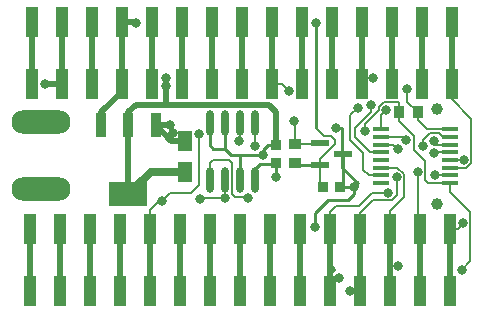
<source format=gtl>
%FSTAX25Y25*%
%MOIN*%
%SFA1B1*%

%IPPOS*%
%ADD10R,0.037400X0.039370*%
%ADD11R,0.057090X0.017720*%
%ADD12R,0.127950X0.084650*%
%ADD13R,0.037400X0.084650*%
%ADD14R,0.049210X0.070870*%
%ADD15O,0.023620X0.086610*%
%ADD16R,0.037400X0.037400*%
%ADD17R,0.037400X0.037400*%
%ADD18R,0.039370X0.035430*%
%ADD19R,0.059060X0.023620*%
%ADD20O,0.196850X0.078740*%
%ADD21R,0.040160X0.098430*%
%ADD22C,0.019690*%
%ADD23C,0.006000*%
%ADD24C,0.010000*%
%ADD25C,0.007870*%
%ADD26C,0.027560*%
%ADD27C,0.039370*%
%ADD28C,0.031500*%
%LNnano_rf_shied1_pcb1-1*%
%LPD*%
G54D10*
X0229921Y0463779D03*
X0236221D03*
G54D11*
X0223819Y0458169D03*
Y045561D03*
Y0453051D03*
Y0450492D03*
Y0447933D03*
Y0445374D03*
Y0442815D03*
Y0440256D03*
X0247047Y0458169D03*
Y045561D03*
Y0453051D03*
Y0450492D03*
Y0447933D03*
Y0445374D03*
Y0442815D03*
Y0440256D03*
G54D12*
X0139764Y0436614D03*
G54D13*
X0130709Y0459449D03*
X0139764D03*
X0148819D03*
G54D14*
X0158661Y0444095D03*
Y0454331D03*
G54D15*
X0181909Y0460236D03*
X0176909D03*
X0171909D03*
X0166909D03*
X0181909Y0441339D03*
X0176909D03*
X0171909D03*
X0166909D03*
G54D16*
X0188976Y0452953D03*
Y0447047D03*
G54D17*
X0210433Y0438976D03*
X0204527D03*
G54D18*
X0195276Y045315D03*
Y044685D03*
G54D19*
X020374Y045374D03*
Y044626D03*
X0211221Y045D03*
G54D20*
X011063Y046063D03*
Y0438189D03*
G54D21*
X0107Y0425085D03*
X0117D03*
X0127D03*
X0137D03*
X0147D03*
X0157D03*
X0167D03*
X0177D03*
X0187D03*
X0197D03*
X0207D03*
X0217D03*
X0227D03*
X0237D03*
X0247D03*
Y0404341D03*
X0237D03*
X0227D03*
X0217D03*
X0207D03*
X0197D03*
X0187D03*
X0177D03*
X0167D03*
X0157D03*
X0147D03*
X0137D03*
X0127D03*
X0117D03*
X0107D03*
X01075Y0493872D03*
X01175D03*
X01275D03*
X01375D03*
X01475D03*
X01575D03*
X01675D03*
X01775D03*
X01875D03*
X01975D03*
X02075D03*
X02175D03*
X02275D03*
X02375D03*
X02475D03*
Y0473128D03*
X02375D03*
X02275D03*
X02175D03*
X02075D03*
X01975D03*
X01875D03*
X01775D03*
X01675D03*
X01575D03*
X01475D03*
X01375D03*
X01275D03*
X01175D03*
X01075D03*
G54D22*
X0112104Y0473128D02*
X01175D01*
X0227Y0412598D02*
Y0425085D01*
Y0404341D02*
Y0412598D01*
X0207Y0408268D02*
Y0412205D01*
Y0408268D02*
X0209449D01*
X0209842Y0408661*
X0207Y0412205D02*
Y0425085D01*
Y0412205D02*
X0207787Y0411417D01*
X0148819Y0459449D02*
X0153543D01*
X0141955Y0493872D02*
X0142126Y0493701D01*
X01375Y0493872D02*
X0141955D01*
X01375Y0473128D02*
Y0493872D01*
X01975Y0473128D02*
Y0493872D01*
X0152362Y0466151D02*
X0186605D01*
X0142135D02*
X0152362D01*
Y0472441*
X0188976Y0452953D02*
Y0463779D01*
X0186605Y0466151D02*
X0188976Y0463779D01*
X0139764D02*
X0142135Y0466151D01*
X0139764Y0459449D02*
Y0463779D01*
Y0438189D02*
Y0459449D01*
X0153937Y0454331D02*
X0158661D01*
X0148819Y0459449D02*
X0153937Y0454331D01*
X01375Y0470571D02*
Y0473128D01*
X0130709Y0463779D02*
X01375Y0470571D01*
X0130709Y0461024D02*
Y0463779D01*
X0247Y0404341D02*
Y0425085D01*
X0237Y0404341D02*
Y0425085D01*
X0217Y0404341D02*
Y0425085D01*
X0197Y0404341D02*
Y0425085D01*
X0187Y0404341D02*
Y0425085D01*
X0177Y0404341D02*
Y0425085D01*
X0167Y0404341D02*
Y0425085D01*
X0157Y0404341D02*
Y0425085D01*
X0147Y0404341D02*
Y0425085D01*
X0137Y0404341D02*
Y0425085D01*
X0127Y0404341D02*
Y0425085D01*
X0117Y0404341D02*
Y0425085D01*
X0107Y0404341D02*
Y0425085D01*
X02475Y0473128D02*
Y0493872D01*
X02375Y0473128D02*
Y0493872D01*
X02275Y0473128D02*
Y0493872D01*
X02175Y0473128D02*
Y0493872D01*
X02075Y0473128D02*
Y0493872D01*
X01875Y0473128D02*
Y0493872D01*
X01775Y0473128D02*
Y0493872D01*
X01675Y0473128D02*
Y0493872D01*
X01575Y0473128D02*
Y0493872D01*
X01475Y0473128D02*
Y0493872D01*
X01275Y0473128D02*
Y0493872D01*
X01175Y0473128D02*
Y0493872D01*
X01075Y0473128D02*
Y0493872D01*
G54D23*
X021699Y0404331D02*
X0217Y0404341D01*
X0213779Y0404331D02*
X021699D01*
X0227Y0412598D02*
X0229528D01*
X0250787Y0411417D02*
X0253543Y0414173D01*
Y0425634*
X0253656Y0425747*
Y0430596*
X0247047Y0437205D02*
X0253656Y0430596D01*
X0247047Y0437205D02*
Y0440256D01*
X0231396Y045561D02*
X0232283Y0454724D01*
X0223819Y045561D02*
X0231396D01*
X0215354Y0458661D02*
X022064Y0463948D01*
X0219569Y0475197D02*
X022126D01*
X0223819Y0462795D02*
X022559Y0464566D01*
X0223819Y0458169D02*
Y0462795D01*
X0224831Y0467307D02*
X0229544D01*
X0223115Y0465591D02*
X0224831Y0467307D01*
X022064Y0463948D02*
Y0466141D01*
X0223115Y0464454D02*
Y0465591D01*
X0218504Y0459842D02*
X0223115Y0464454D01*
X0218504Y045748D02*
Y0459842D01*
X0229921Y0463779D02*
Y0466929D01*
X0229544Y0467307D02*
X0229921Y0466929D01*
X0215354Y0455512D02*
Y0458661D01*
Y0455512D02*
X0220374Y0450492D01*
X0213779Y0462992D02*
X0216142Y0465354D01*
X0213779Y0454724D02*
Y0462992D01*
Y0454724D02*
X021811Y0450394D01*
Y0444488D02*
Y0450394D01*
Y0444488D02*
X0219783Y0442815D01*
X0176772Y0454331D02*
X0176909Y0454468D01*
X018189Y0452756D02*
X0181909Y0452776D01*
X0232677Y0467323D02*
Y0471654D01*
Y0467323D02*
X0236221Y0463779D01*
X0229921Y0461024D02*
X0235039Y0455905D01*
Y0451181D02*
Y0455905D01*
Y0451181D02*
X0238695Y0447525D01*
X0229921Y0461024D02*
Y0463779D01*
X0238695Y0441226D02*
Y0447525D01*
X0237795Y0452756D02*
Y0454724D01*
X0240158Y0457087*
X0238695Y0441226D02*
X0239665Y0440256D01*
X0247047*
X0236221Y0425864D02*
X0237Y0425085D01*
X0236221Y0425864D02*
Y0444095D01*
Y0461417D02*
Y0463779D01*
Y0461417D02*
X0239351Y0458287D01*
X024693*
X0247047Y0458169*
X0240158Y0457087D02*
X0243117D01*
X0244593Y045561*
X0247047*
X0195276Y045315D02*
Y0460629D01*
X0194881Y0461023D02*
X0195276Y0460629D01*
X0191045Y0473128D02*
X0193307Y0470866D01*
X01875Y0473128D02*
X0191045D01*
X0247047Y0447933D02*
X0251476D01*
X0251575Y0448032*
X02475Y0468248D02*
X025405Y0461698D01*
X0247047Y0445374D02*
X0252417D01*
X025405Y0447006D02*
Y0461698D01*
X0252417Y0445374D02*
X025405Y0447006D01*
X0174409Y0436614D02*
X0175394Y043563D01*
X0179724*
X0179527Y0435432D02*
Y0435433D01*
X0179724Y043563*
X0174409Y0436614D02*
Y044685D01*
X0173228Y0448032D02*
X0174409Y044685D01*
X016811Y0448032D02*
X0173228D01*
X0166909Y0446831D02*
X016811Y0448032D01*
X0166909Y0441339D02*
Y0446831D01*
X0223819Y0458169D02*
X0224016Y0458366D01*
X0220374Y0450492D02*
X0223819D01*
X0241732Y0453544D02*
Y045433D01*
Y0453544D02*
X0242407Y0452869D01*
X0219783Y0442815D02*
X0223819D01*
X0176772Y0449606D02*
X0176909Y0449469D01*
X0181909Y0441339D02*
Y0444902D01*
X020374Y0439764D02*
X0204527Y0438976D01*
X020374Y0439764D02*
Y044626D01*
X0195276Y044685D02*
X0195866Y044626D01*
X020315Y045315D02*
X020374Y045374D01*
X0195276Y045315D02*
X020315D01*
X0153544Y0437008D02*
X016063D01*
X0150787Y0434251D02*
X0153544Y0437008D01*
X016063D02*
X0163386Y0439764D01*
Y0456693*
X0149999Y0434251D02*
X0150787D01*
X0147Y0431252D02*
X0149999Y0434251D01*
X0147Y0425085D02*
Y0431252D01*
X0247Y0425085D02*
X0249494D01*
X0251181Y0426772*
X0163642Y0435177D02*
X0171909D01*
X0163642D02*
X0163779Y0435039D01*
X0171909Y0435177D02*
Y0441339D01*
X0176909Y0454468D02*
Y0460236D01*
X0241831Y0442815D02*
X0247047D01*
X0241732Y0450394D02*
X0241831Y0450492D01*
X0181909Y0452776D02*
Y0460236D01*
X0242407Y0452869D02*
X0246865D01*
X0247047Y0453051*
X0241831Y0450492D02*
X0247047D01*
X0220866Y0437008D02*
X0226378D01*
X0227447Y0434533D02*
X0229133Y043622D01*
X0225353Y0434533D02*
X0227447D01*
X022524Y0434646D02*
X0225353Y0434533D01*
X022126Y0434646D02*
X022524D01*
X0216535Y0432677D02*
X0220866Y0437008D01*
X0209055Y0432677D02*
X0216535D01*
X0207Y0430622D02*
X0209055Y0432677D01*
X0207Y0425085D02*
Y0430622D01*
X0223819Y0445374D02*
X0229429D01*
X0229133Y043622D02*
Y0442125D01*
X0231608Y0435545D02*
Y0443195D01*
X0229429Y0445374D02*
X0231608Y0443195D01*
X0227Y0430937D02*
X0231608Y0435545D01*
X0223819Y0453051D02*
X0228051D01*
X0229528Y0451575*
X0217Y0430386D02*
X022126Y0434646D01*
X0217Y0425085D02*
Y0430386D01*
X0227Y0425085D02*
Y0430937D01*
X02475Y0468248D02*
Y0473128D01*
G54D24*
X0211024Y0445275D02*
X0216142Y0440158D01*
X0211024Y0445275D02*
Y0458661D01*
X0209055D02*
X0211024D01*
X0214961Y0438976D02*
X0216142Y0440158D01*
X0201969Y0425591D02*
Y0430315D01*
X0206299Y0434646*
X0212992*
X0214961Y0436614*
Y0438976*
X0210433D02*
X0214961D01*
X0202362Y0458661D02*
Y0493701D01*
Y0458661D02*
D01*
X0188386Y0446457D02*
X0188976Y0447047D01*
X0183465Y0446457D02*
X0188386D01*
X0181909Y0444902D02*
X0183465Y0446457D01*
X0184744Y0451279D02*
X0186417Y0452953D01*
X0184744Y0449704D02*
Y0451279D01*
X0184645Y0449605D02*
X0184744Y0449704D01*
X0176772Y0449606D02*
X0183071D01*
X0188976Y0442126D02*
Y0447047D01*
X0174016Y0449606D02*
X0176772D01*
X0176909Y0441339D02*
Y0449469D01*
X0167973Y0451713D02*
X0171909D01*
X0166909Y0452776D02*
X0167973Y0451713D01*
X0166909Y0452776D02*
Y0460236D01*
X0171909Y0451713D02*
Y0460236D01*
Y0451713D02*
X0174016Y0449606D01*
X0186417Y0452953D02*
X0188976D01*
X0210433Y0438976D02*
X0211221Y0439764D01*
Y045*
X0195866Y044626D02*
X020374D01*
G54D25*
X0208661Y0453122D02*
Y0454724D01*
X0207294Y0456092D02*
X0208661Y0454724D01*
X0204932Y0456092D02*
X0207294D01*
X020374Y0448201D02*
X0208661Y0453122D01*
X020374Y044626D02*
Y0448201D01*
X0202362Y0458661D02*
X0204932Y0456092D01*
G54D26*
X0139764Y0436614D02*
X0147244Y0444095D01*
X0158661*
G54D27*
X024252Y0433391D03*
Y0464808D03*
G54D28*
X0112104Y0473128D03*
X0213779Y0404331D03*
X0229528Y0412598D03*
X0209842Y0408661D03*
X0250787Y0411417D03*
X022126Y0475197D03*
X022064Y0466141D03*
X022559Y0464566D03*
X0218504Y045748D03*
X0154724Y0457087D03*
X0153543Y0459449D03*
X0201969Y0425591D03*
X0214961Y0438976D03*
X0202362Y0493701D03*
X0142126D03*
X0209055Y0458661D03*
X0184645Y0449605D03*
X0176772Y0454331D03*
X018189Y0452756D03*
X0188976Y0442126D03*
X0232677Y0471654D03*
X0152362Y0475197D03*
Y0472441D03*
X0237795Y0452756D03*
X0236221Y0444095D03*
X0194881Y0461023D03*
X0193307Y0470866D03*
X0251575Y0448032D03*
X0179527Y0435432D03*
X0232283Y0454724D03*
X0241732Y045433D03*
X0216142Y0465354D03*
X0163386Y0456693D03*
X0150787Y0434251D03*
X0251181Y0426772D03*
X0163779Y0435039D03*
X0171909Y0435177D03*
X0241831Y0442815D03*
X0241732Y0450394D03*
X0226378Y0437008D03*
X0229133Y0442125D03*
X0229528Y0451575D03*
M02*
</source>
